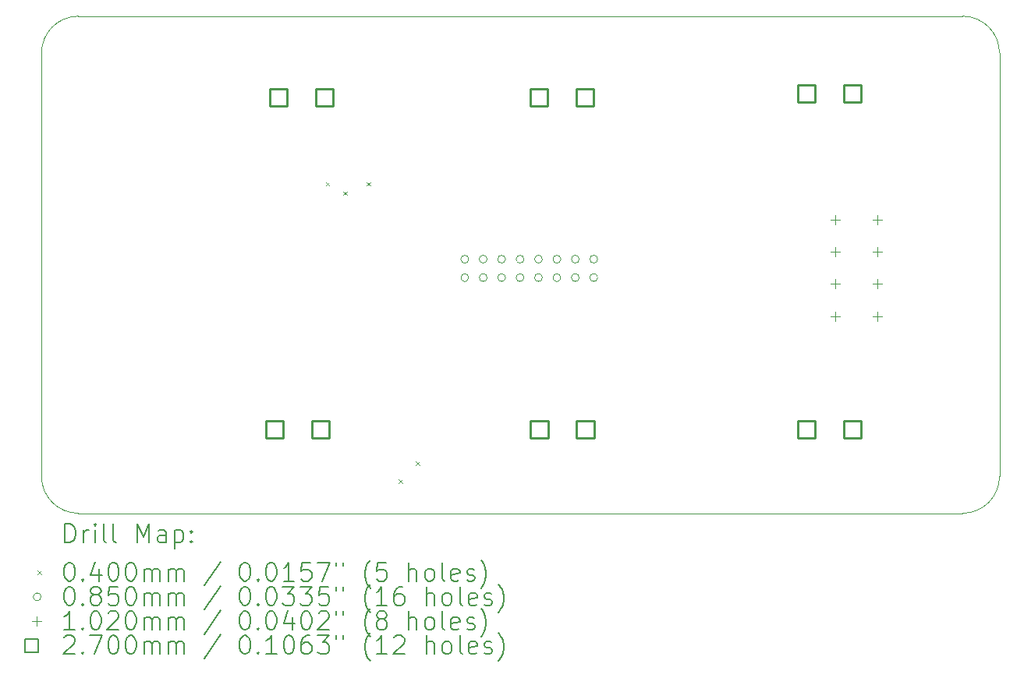
<source format=gbr>
%TF.GenerationSoftware,KiCad,Pcbnew,9.0.0*%
%TF.CreationDate,2025-03-25T13:32:20-05:00*%
%TF.ProjectId,Turret,54757272-6574-42e6-9b69-6361645f7063,rev?*%
%TF.SameCoordinates,Original*%
%TF.FileFunction,Drillmap*%
%TF.FilePolarity,Positive*%
%FSLAX45Y45*%
G04 Gerber Fmt 4.5, Leading zero omitted, Abs format (unit mm)*
G04 Created by KiCad (PCBNEW 9.0.0) date 2025-03-25 13:32:20*
%MOMM*%
%LPD*%
G01*
G04 APERTURE LIST*
%ADD10C,0.100000*%
%ADD11C,0.200000*%
%ADD12C,0.102000*%
%ADD13C,0.270000*%
G04 APERTURE END LIST*
D10*
X4045000Y-8410000D02*
X4045000Y-3810000D01*
X14445000Y-3810000D02*
X14445000Y-8410000D01*
X4045000Y-3810000D02*
G75*
G02*
X4445000Y-3410000I400000J0D01*
G01*
X14045000Y-8810000D02*
X4445000Y-8810000D01*
X4445000Y-3410000D02*
X14045000Y-3410000D01*
X14445000Y-8410000D02*
G75*
G02*
X14045000Y-8810000I-400000J0D01*
G01*
X4445000Y-8810000D02*
G75*
G02*
X4045000Y-8410000I0J400000D01*
G01*
X14045000Y-3410000D02*
G75*
G02*
X14445000Y-3810000I0J-400000D01*
G01*
D11*
D10*
X7130000Y-5212400D02*
X7170000Y-5252400D01*
X7170000Y-5212400D02*
X7130000Y-5252400D01*
X7322600Y-5314000D02*
X7362600Y-5354000D01*
X7362600Y-5314000D02*
X7322600Y-5354000D01*
X7574600Y-5212400D02*
X7614600Y-5252400D01*
X7614600Y-5212400D02*
X7574600Y-5252400D01*
X7920000Y-8440000D02*
X7960000Y-8480000D01*
X7960000Y-8440000D02*
X7920000Y-8480000D01*
X8110000Y-8250000D02*
X8150000Y-8290000D01*
X8150000Y-8250000D02*
X8110000Y-8290000D01*
X8682500Y-6050000D02*
G75*
G02*
X8597500Y-6050000I-42500J0D01*
G01*
X8597500Y-6050000D02*
G75*
G02*
X8682500Y-6050000I42500J0D01*
G01*
X8682500Y-6250000D02*
G75*
G02*
X8597500Y-6250000I-42500J0D01*
G01*
X8597500Y-6250000D02*
G75*
G02*
X8682500Y-6250000I42500J0D01*
G01*
X8882500Y-6050000D02*
G75*
G02*
X8797500Y-6050000I-42500J0D01*
G01*
X8797500Y-6050000D02*
G75*
G02*
X8882500Y-6050000I42500J0D01*
G01*
X8882500Y-6250000D02*
G75*
G02*
X8797500Y-6250000I-42500J0D01*
G01*
X8797500Y-6250000D02*
G75*
G02*
X8882500Y-6250000I42500J0D01*
G01*
X9082500Y-6050000D02*
G75*
G02*
X8997500Y-6050000I-42500J0D01*
G01*
X8997500Y-6050000D02*
G75*
G02*
X9082500Y-6050000I42500J0D01*
G01*
X9082500Y-6250000D02*
G75*
G02*
X8997500Y-6250000I-42500J0D01*
G01*
X8997500Y-6250000D02*
G75*
G02*
X9082500Y-6250000I42500J0D01*
G01*
X9282500Y-6050000D02*
G75*
G02*
X9197500Y-6050000I-42500J0D01*
G01*
X9197500Y-6050000D02*
G75*
G02*
X9282500Y-6050000I42500J0D01*
G01*
X9282500Y-6250000D02*
G75*
G02*
X9197500Y-6250000I-42500J0D01*
G01*
X9197500Y-6250000D02*
G75*
G02*
X9282500Y-6250000I42500J0D01*
G01*
X9482500Y-6050000D02*
G75*
G02*
X9397500Y-6050000I-42500J0D01*
G01*
X9397500Y-6050000D02*
G75*
G02*
X9482500Y-6050000I42500J0D01*
G01*
X9482500Y-6250000D02*
G75*
G02*
X9397500Y-6250000I-42500J0D01*
G01*
X9397500Y-6250000D02*
G75*
G02*
X9482500Y-6250000I42500J0D01*
G01*
X9682500Y-6050000D02*
G75*
G02*
X9597500Y-6050000I-42500J0D01*
G01*
X9597500Y-6050000D02*
G75*
G02*
X9682500Y-6050000I42500J0D01*
G01*
X9682500Y-6250000D02*
G75*
G02*
X9597500Y-6250000I-42500J0D01*
G01*
X9597500Y-6250000D02*
G75*
G02*
X9682500Y-6250000I42500J0D01*
G01*
X9882500Y-6050000D02*
G75*
G02*
X9797500Y-6050000I-42500J0D01*
G01*
X9797500Y-6050000D02*
G75*
G02*
X9882500Y-6050000I42500J0D01*
G01*
X9882500Y-6250000D02*
G75*
G02*
X9797500Y-6250000I-42500J0D01*
G01*
X9797500Y-6250000D02*
G75*
G02*
X9882500Y-6250000I42500J0D01*
G01*
X10082500Y-6050000D02*
G75*
G02*
X9997500Y-6050000I-42500J0D01*
G01*
X9997500Y-6050000D02*
G75*
G02*
X10082500Y-6050000I42500J0D01*
G01*
X10082500Y-6250000D02*
G75*
G02*
X9997500Y-6250000I-42500J0D01*
G01*
X9997500Y-6250000D02*
G75*
G02*
X10082500Y-6250000I42500J0D01*
G01*
D12*
X12660000Y-5569000D02*
X12660000Y-5671000D01*
X12609000Y-5620000D02*
X12711000Y-5620000D01*
X12660000Y-5919000D02*
X12660000Y-6021000D01*
X12609000Y-5970000D02*
X12711000Y-5970000D01*
X12660000Y-6269000D02*
X12660000Y-6371000D01*
X12609000Y-6320000D02*
X12711000Y-6320000D01*
X12660000Y-6619000D02*
X12660000Y-6721000D01*
X12609000Y-6670000D02*
X12711000Y-6670000D01*
X13120000Y-5569000D02*
X13120000Y-5671000D01*
X13069000Y-5620000D02*
X13171000Y-5620000D01*
X13120000Y-5919000D02*
X13120000Y-6021000D01*
X13069000Y-5970000D02*
X13171000Y-5970000D01*
X13120000Y-6269000D02*
X13120000Y-6371000D01*
X13069000Y-6320000D02*
X13171000Y-6320000D01*
X13120000Y-6619000D02*
X13120000Y-6721000D01*
X13069000Y-6670000D02*
X13171000Y-6670000D01*
D13*
X6670460Y-7994860D02*
X6670460Y-7803940D01*
X6479540Y-7803940D01*
X6479540Y-7994860D01*
X6670460Y-7994860D01*
X6712160Y-4388060D02*
X6712160Y-4197140D01*
X6521240Y-4197140D01*
X6521240Y-4388060D01*
X6712160Y-4388060D01*
X7170460Y-7994860D02*
X7170460Y-7803940D01*
X6979540Y-7803940D01*
X6979540Y-7994860D01*
X7170460Y-7994860D01*
X7212160Y-4388060D02*
X7212160Y-4197140D01*
X7021240Y-4197140D01*
X7021240Y-4388060D01*
X7212160Y-4388060D01*
X9539560Y-4388060D02*
X9539560Y-4197140D01*
X9348640Y-4197140D01*
X9348640Y-4388060D01*
X9539560Y-4388060D01*
X9545460Y-7994860D02*
X9545460Y-7803940D01*
X9354540Y-7803940D01*
X9354540Y-7994860D01*
X9545460Y-7994860D01*
X10039560Y-4388060D02*
X10039560Y-4197140D01*
X9848640Y-4197140D01*
X9848640Y-4388060D01*
X10039560Y-4388060D01*
X10045460Y-7994860D02*
X10045460Y-7803940D01*
X9854540Y-7803940D01*
X9854540Y-7994860D01*
X10045460Y-7994860D01*
X12445460Y-4345460D02*
X12445460Y-4154540D01*
X12254540Y-4154540D01*
X12254540Y-4345460D01*
X12445460Y-4345460D01*
X12445460Y-7995460D02*
X12445460Y-7804540D01*
X12254540Y-7804540D01*
X12254540Y-7995460D01*
X12445460Y-7995460D01*
X12945460Y-4345460D02*
X12945460Y-4154540D01*
X12754540Y-4154540D01*
X12754540Y-4345460D01*
X12945460Y-4345460D01*
X12945460Y-7995460D02*
X12945460Y-7804540D01*
X12754540Y-7804540D01*
X12754540Y-7995460D01*
X12945460Y-7995460D01*
D11*
X4300777Y-9126484D02*
X4300777Y-8926484D01*
X4300777Y-8926484D02*
X4348396Y-8926484D01*
X4348396Y-8926484D02*
X4376967Y-8936008D01*
X4376967Y-8936008D02*
X4396015Y-8955055D01*
X4396015Y-8955055D02*
X4405539Y-8974103D01*
X4405539Y-8974103D02*
X4415063Y-9012198D01*
X4415063Y-9012198D02*
X4415063Y-9040770D01*
X4415063Y-9040770D02*
X4405539Y-9078865D01*
X4405539Y-9078865D02*
X4396015Y-9097912D01*
X4396015Y-9097912D02*
X4376967Y-9116960D01*
X4376967Y-9116960D02*
X4348396Y-9126484D01*
X4348396Y-9126484D02*
X4300777Y-9126484D01*
X4500777Y-9126484D02*
X4500777Y-8993150D01*
X4500777Y-9031246D02*
X4510301Y-9012198D01*
X4510301Y-9012198D02*
X4519824Y-9002674D01*
X4519824Y-9002674D02*
X4538872Y-8993150D01*
X4538872Y-8993150D02*
X4557920Y-8993150D01*
X4624586Y-9126484D02*
X4624586Y-8993150D01*
X4624586Y-8926484D02*
X4615063Y-8936008D01*
X4615063Y-8936008D02*
X4624586Y-8945531D01*
X4624586Y-8945531D02*
X4634110Y-8936008D01*
X4634110Y-8936008D02*
X4624586Y-8926484D01*
X4624586Y-8926484D02*
X4624586Y-8945531D01*
X4748396Y-9126484D02*
X4729348Y-9116960D01*
X4729348Y-9116960D02*
X4719824Y-9097912D01*
X4719824Y-9097912D02*
X4719824Y-8926484D01*
X4853158Y-9126484D02*
X4834110Y-9116960D01*
X4834110Y-9116960D02*
X4824586Y-9097912D01*
X4824586Y-9097912D02*
X4824586Y-8926484D01*
X5081729Y-9126484D02*
X5081729Y-8926484D01*
X5081729Y-8926484D02*
X5148396Y-9069341D01*
X5148396Y-9069341D02*
X5215063Y-8926484D01*
X5215063Y-8926484D02*
X5215063Y-9126484D01*
X5396015Y-9126484D02*
X5396015Y-9021722D01*
X5396015Y-9021722D02*
X5386491Y-9002674D01*
X5386491Y-9002674D02*
X5367444Y-8993150D01*
X5367444Y-8993150D02*
X5329348Y-8993150D01*
X5329348Y-8993150D02*
X5310301Y-9002674D01*
X5396015Y-9116960D02*
X5376967Y-9126484D01*
X5376967Y-9126484D02*
X5329348Y-9126484D01*
X5329348Y-9126484D02*
X5310301Y-9116960D01*
X5310301Y-9116960D02*
X5300777Y-9097912D01*
X5300777Y-9097912D02*
X5300777Y-9078865D01*
X5300777Y-9078865D02*
X5310301Y-9059817D01*
X5310301Y-9059817D02*
X5329348Y-9050293D01*
X5329348Y-9050293D02*
X5376967Y-9050293D01*
X5376967Y-9050293D02*
X5396015Y-9040770D01*
X5491253Y-8993150D02*
X5491253Y-9193150D01*
X5491253Y-9002674D02*
X5510301Y-8993150D01*
X5510301Y-8993150D02*
X5548396Y-8993150D01*
X5548396Y-8993150D02*
X5567444Y-9002674D01*
X5567444Y-9002674D02*
X5576967Y-9012198D01*
X5576967Y-9012198D02*
X5586491Y-9031246D01*
X5586491Y-9031246D02*
X5586491Y-9088389D01*
X5586491Y-9088389D02*
X5576967Y-9107436D01*
X5576967Y-9107436D02*
X5567444Y-9116960D01*
X5567444Y-9116960D02*
X5548396Y-9126484D01*
X5548396Y-9126484D02*
X5510301Y-9126484D01*
X5510301Y-9126484D02*
X5491253Y-9116960D01*
X5672205Y-9107436D02*
X5681729Y-9116960D01*
X5681729Y-9116960D02*
X5672205Y-9126484D01*
X5672205Y-9126484D02*
X5662682Y-9116960D01*
X5662682Y-9116960D02*
X5672205Y-9107436D01*
X5672205Y-9107436D02*
X5672205Y-9126484D01*
X5672205Y-9002674D02*
X5681729Y-9012198D01*
X5681729Y-9012198D02*
X5672205Y-9021722D01*
X5672205Y-9021722D02*
X5662682Y-9012198D01*
X5662682Y-9012198D02*
X5672205Y-9002674D01*
X5672205Y-9002674D02*
X5672205Y-9021722D01*
D10*
X4000000Y-9435000D02*
X4040000Y-9475000D01*
X4040000Y-9435000D02*
X4000000Y-9475000D01*
D11*
X4338872Y-9346484D02*
X4357920Y-9346484D01*
X4357920Y-9346484D02*
X4376967Y-9356008D01*
X4376967Y-9356008D02*
X4386491Y-9365531D01*
X4386491Y-9365531D02*
X4396015Y-9384579D01*
X4396015Y-9384579D02*
X4405539Y-9422674D01*
X4405539Y-9422674D02*
X4405539Y-9470293D01*
X4405539Y-9470293D02*
X4396015Y-9508389D01*
X4396015Y-9508389D02*
X4386491Y-9527436D01*
X4386491Y-9527436D02*
X4376967Y-9536960D01*
X4376967Y-9536960D02*
X4357920Y-9546484D01*
X4357920Y-9546484D02*
X4338872Y-9546484D01*
X4338872Y-9546484D02*
X4319824Y-9536960D01*
X4319824Y-9536960D02*
X4310301Y-9527436D01*
X4310301Y-9527436D02*
X4300777Y-9508389D01*
X4300777Y-9508389D02*
X4291253Y-9470293D01*
X4291253Y-9470293D02*
X4291253Y-9422674D01*
X4291253Y-9422674D02*
X4300777Y-9384579D01*
X4300777Y-9384579D02*
X4310301Y-9365531D01*
X4310301Y-9365531D02*
X4319824Y-9356008D01*
X4319824Y-9356008D02*
X4338872Y-9346484D01*
X4491253Y-9527436D02*
X4500777Y-9536960D01*
X4500777Y-9536960D02*
X4491253Y-9546484D01*
X4491253Y-9546484D02*
X4481729Y-9536960D01*
X4481729Y-9536960D02*
X4491253Y-9527436D01*
X4491253Y-9527436D02*
X4491253Y-9546484D01*
X4672205Y-9413150D02*
X4672205Y-9546484D01*
X4624586Y-9336960D02*
X4576967Y-9479817D01*
X4576967Y-9479817D02*
X4700777Y-9479817D01*
X4815063Y-9346484D02*
X4834110Y-9346484D01*
X4834110Y-9346484D02*
X4853158Y-9356008D01*
X4853158Y-9356008D02*
X4862682Y-9365531D01*
X4862682Y-9365531D02*
X4872205Y-9384579D01*
X4872205Y-9384579D02*
X4881729Y-9422674D01*
X4881729Y-9422674D02*
X4881729Y-9470293D01*
X4881729Y-9470293D02*
X4872205Y-9508389D01*
X4872205Y-9508389D02*
X4862682Y-9527436D01*
X4862682Y-9527436D02*
X4853158Y-9536960D01*
X4853158Y-9536960D02*
X4834110Y-9546484D01*
X4834110Y-9546484D02*
X4815063Y-9546484D01*
X4815063Y-9546484D02*
X4796015Y-9536960D01*
X4796015Y-9536960D02*
X4786491Y-9527436D01*
X4786491Y-9527436D02*
X4776967Y-9508389D01*
X4776967Y-9508389D02*
X4767444Y-9470293D01*
X4767444Y-9470293D02*
X4767444Y-9422674D01*
X4767444Y-9422674D02*
X4776967Y-9384579D01*
X4776967Y-9384579D02*
X4786491Y-9365531D01*
X4786491Y-9365531D02*
X4796015Y-9356008D01*
X4796015Y-9356008D02*
X4815063Y-9346484D01*
X5005539Y-9346484D02*
X5024586Y-9346484D01*
X5024586Y-9346484D02*
X5043634Y-9356008D01*
X5043634Y-9356008D02*
X5053158Y-9365531D01*
X5053158Y-9365531D02*
X5062682Y-9384579D01*
X5062682Y-9384579D02*
X5072205Y-9422674D01*
X5072205Y-9422674D02*
X5072205Y-9470293D01*
X5072205Y-9470293D02*
X5062682Y-9508389D01*
X5062682Y-9508389D02*
X5053158Y-9527436D01*
X5053158Y-9527436D02*
X5043634Y-9536960D01*
X5043634Y-9536960D02*
X5024586Y-9546484D01*
X5024586Y-9546484D02*
X5005539Y-9546484D01*
X5005539Y-9546484D02*
X4986491Y-9536960D01*
X4986491Y-9536960D02*
X4976967Y-9527436D01*
X4976967Y-9527436D02*
X4967444Y-9508389D01*
X4967444Y-9508389D02*
X4957920Y-9470293D01*
X4957920Y-9470293D02*
X4957920Y-9422674D01*
X4957920Y-9422674D02*
X4967444Y-9384579D01*
X4967444Y-9384579D02*
X4976967Y-9365531D01*
X4976967Y-9365531D02*
X4986491Y-9356008D01*
X4986491Y-9356008D02*
X5005539Y-9346484D01*
X5157920Y-9546484D02*
X5157920Y-9413150D01*
X5157920Y-9432198D02*
X5167444Y-9422674D01*
X5167444Y-9422674D02*
X5186491Y-9413150D01*
X5186491Y-9413150D02*
X5215063Y-9413150D01*
X5215063Y-9413150D02*
X5234110Y-9422674D01*
X5234110Y-9422674D02*
X5243634Y-9441722D01*
X5243634Y-9441722D02*
X5243634Y-9546484D01*
X5243634Y-9441722D02*
X5253158Y-9422674D01*
X5253158Y-9422674D02*
X5272205Y-9413150D01*
X5272205Y-9413150D02*
X5300777Y-9413150D01*
X5300777Y-9413150D02*
X5319825Y-9422674D01*
X5319825Y-9422674D02*
X5329348Y-9441722D01*
X5329348Y-9441722D02*
X5329348Y-9546484D01*
X5424586Y-9546484D02*
X5424586Y-9413150D01*
X5424586Y-9432198D02*
X5434110Y-9422674D01*
X5434110Y-9422674D02*
X5453158Y-9413150D01*
X5453158Y-9413150D02*
X5481729Y-9413150D01*
X5481729Y-9413150D02*
X5500777Y-9422674D01*
X5500777Y-9422674D02*
X5510301Y-9441722D01*
X5510301Y-9441722D02*
X5510301Y-9546484D01*
X5510301Y-9441722D02*
X5519825Y-9422674D01*
X5519825Y-9422674D02*
X5538872Y-9413150D01*
X5538872Y-9413150D02*
X5567444Y-9413150D01*
X5567444Y-9413150D02*
X5586491Y-9422674D01*
X5586491Y-9422674D02*
X5596015Y-9441722D01*
X5596015Y-9441722D02*
X5596015Y-9546484D01*
X5986491Y-9336960D02*
X5815063Y-9594103D01*
X6243634Y-9346484D02*
X6262682Y-9346484D01*
X6262682Y-9346484D02*
X6281729Y-9356008D01*
X6281729Y-9356008D02*
X6291253Y-9365531D01*
X6291253Y-9365531D02*
X6300777Y-9384579D01*
X6300777Y-9384579D02*
X6310301Y-9422674D01*
X6310301Y-9422674D02*
X6310301Y-9470293D01*
X6310301Y-9470293D02*
X6300777Y-9508389D01*
X6300777Y-9508389D02*
X6291253Y-9527436D01*
X6291253Y-9527436D02*
X6281729Y-9536960D01*
X6281729Y-9536960D02*
X6262682Y-9546484D01*
X6262682Y-9546484D02*
X6243634Y-9546484D01*
X6243634Y-9546484D02*
X6224586Y-9536960D01*
X6224586Y-9536960D02*
X6215063Y-9527436D01*
X6215063Y-9527436D02*
X6205539Y-9508389D01*
X6205539Y-9508389D02*
X6196015Y-9470293D01*
X6196015Y-9470293D02*
X6196015Y-9422674D01*
X6196015Y-9422674D02*
X6205539Y-9384579D01*
X6205539Y-9384579D02*
X6215063Y-9365531D01*
X6215063Y-9365531D02*
X6224586Y-9356008D01*
X6224586Y-9356008D02*
X6243634Y-9346484D01*
X6396015Y-9527436D02*
X6405539Y-9536960D01*
X6405539Y-9536960D02*
X6396015Y-9546484D01*
X6396015Y-9546484D02*
X6386491Y-9536960D01*
X6386491Y-9536960D02*
X6396015Y-9527436D01*
X6396015Y-9527436D02*
X6396015Y-9546484D01*
X6529348Y-9346484D02*
X6548396Y-9346484D01*
X6548396Y-9346484D02*
X6567444Y-9356008D01*
X6567444Y-9356008D02*
X6576967Y-9365531D01*
X6576967Y-9365531D02*
X6586491Y-9384579D01*
X6586491Y-9384579D02*
X6596015Y-9422674D01*
X6596015Y-9422674D02*
X6596015Y-9470293D01*
X6596015Y-9470293D02*
X6586491Y-9508389D01*
X6586491Y-9508389D02*
X6576967Y-9527436D01*
X6576967Y-9527436D02*
X6567444Y-9536960D01*
X6567444Y-9536960D02*
X6548396Y-9546484D01*
X6548396Y-9546484D02*
X6529348Y-9546484D01*
X6529348Y-9546484D02*
X6510301Y-9536960D01*
X6510301Y-9536960D02*
X6500777Y-9527436D01*
X6500777Y-9527436D02*
X6491253Y-9508389D01*
X6491253Y-9508389D02*
X6481729Y-9470293D01*
X6481729Y-9470293D02*
X6481729Y-9422674D01*
X6481729Y-9422674D02*
X6491253Y-9384579D01*
X6491253Y-9384579D02*
X6500777Y-9365531D01*
X6500777Y-9365531D02*
X6510301Y-9356008D01*
X6510301Y-9356008D02*
X6529348Y-9346484D01*
X6786491Y-9546484D02*
X6672206Y-9546484D01*
X6729348Y-9546484D02*
X6729348Y-9346484D01*
X6729348Y-9346484D02*
X6710301Y-9375055D01*
X6710301Y-9375055D02*
X6691253Y-9394103D01*
X6691253Y-9394103D02*
X6672206Y-9403627D01*
X6967444Y-9346484D02*
X6872206Y-9346484D01*
X6872206Y-9346484D02*
X6862682Y-9441722D01*
X6862682Y-9441722D02*
X6872206Y-9432198D01*
X6872206Y-9432198D02*
X6891253Y-9422674D01*
X6891253Y-9422674D02*
X6938872Y-9422674D01*
X6938872Y-9422674D02*
X6957920Y-9432198D01*
X6957920Y-9432198D02*
X6967444Y-9441722D01*
X6967444Y-9441722D02*
X6976967Y-9460770D01*
X6976967Y-9460770D02*
X6976967Y-9508389D01*
X6976967Y-9508389D02*
X6967444Y-9527436D01*
X6967444Y-9527436D02*
X6957920Y-9536960D01*
X6957920Y-9536960D02*
X6938872Y-9546484D01*
X6938872Y-9546484D02*
X6891253Y-9546484D01*
X6891253Y-9546484D02*
X6872206Y-9536960D01*
X6872206Y-9536960D02*
X6862682Y-9527436D01*
X7043634Y-9346484D02*
X7176967Y-9346484D01*
X7176967Y-9346484D02*
X7091253Y-9546484D01*
X7243634Y-9346484D02*
X7243634Y-9384579D01*
X7319825Y-9346484D02*
X7319825Y-9384579D01*
X7615063Y-9622674D02*
X7605539Y-9613150D01*
X7605539Y-9613150D02*
X7586491Y-9584579D01*
X7586491Y-9584579D02*
X7576968Y-9565531D01*
X7576968Y-9565531D02*
X7567444Y-9536960D01*
X7567444Y-9536960D02*
X7557920Y-9489341D01*
X7557920Y-9489341D02*
X7557920Y-9451246D01*
X7557920Y-9451246D02*
X7567444Y-9403627D01*
X7567444Y-9403627D02*
X7576968Y-9375055D01*
X7576968Y-9375055D02*
X7586491Y-9356008D01*
X7586491Y-9356008D02*
X7605539Y-9327436D01*
X7605539Y-9327436D02*
X7615063Y-9317912D01*
X7786491Y-9346484D02*
X7691253Y-9346484D01*
X7691253Y-9346484D02*
X7681729Y-9441722D01*
X7681729Y-9441722D02*
X7691253Y-9432198D01*
X7691253Y-9432198D02*
X7710301Y-9422674D01*
X7710301Y-9422674D02*
X7757920Y-9422674D01*
X7757920Y-9422674D02*
X7776968Y-9432198D01*
X7776968Y-9432198D02*
X7786491Y-9441722D01*
X7786491Y-9441722D02*
X7796015Y-9460770D01*
X7796015Y-9460770D02*
X7796015Y-9508389D01*
X7796015Y-9508389D02*
X7786491Y-9527436D01*
X7786491Y-9527436D02*
X7776968Y-9536960D01*
X7776968Y-9536960D02*
X7757920Y-9546484D01*
X7757920Y-9546484D02*
X7710301Y-9546484D01*
X7710301Y-9546484D02*
X7691253Y-9536960D01*
X7691253Y-9536960D02*
X7681729Y-9527436D01*
X8034110Y-9546484D02*
X8034110Y-9346484D01*
X8119825Y-9546484D02*
X8119825Y-9441722D01*
X8119825Y-9441722D02*
X8110301Y-9422674D01*
X8110301Y-9422674D02*
X8091253Y-9413150D01*
X8091253Y-9413150D02*
X8062682Y-9413150D01*
X8062682Y-9413150D02*
X8043634Y-9422674D01*
X8043634Y-9422674D02*
X8034110Y-9432198D01*
X8243634Y-9546484D02*
X8224587Y-9536960D01*
X8224587Y-9536960D02*
X8215063Y-9527436D01*
X8215063Y-9527436D02*
X8205539Y-9508389D01*
X8205539Y-9508389D02*
X8205539Y-9451246D01*
X8205539Y-9451246D02*
X8215063Y-9432198D01*
X8215063Y-9432198D02*
X8224587Y-9422674D01*
X8224587Y-9422674D02*
X8243634Y-9413150D01*
X8243634Y-9413150D02*
X8272206Y-9413150D01*
X8272206Y-9413150D02*
X8291253Y-9422674D01*
X8291253Y-9422674D02*
X8300777Y-9432198D01*
X8300777Y-9432198D02*
X8310301Y-9451246D01*
X8310301Y-9451246D02*
X8310301Y-9508389D01*
X8310301Y-9508389D02*
X8300777Y-9527436D01*
X8300777Y-9527436D02*
X8291253Y-9536960D01*
X8291253Y-9536960D02*
X8272206Y-9546484D01*
X8272206Y-9546484D02*
X8243634Y-9546484D01*
X8424587Y-9546484D02*
X8405539Y-9536960D01*
X8405539Y-9536960D02*
X8396015Y-9517912D01*
X8396015Y-9517912D02*
X8396015Y-9346484D01*
X8576968Y-9536960D02*
X8557920Y-9546484D01*
X8557920Y-9546484D02*
X8519825Y-9546484D01*
X8519825Y-9546484D02*
X8500777Y-9536960D01*
X8500777Y-9536960D02*
X8491253Y-9517912D01*
X8491253Y-9517912D02*
X8491253Y-9441722D01*
X8491253Y-9441722D02*
X8500777Y-9422674D01*
X8500777Y-9422674D02*
X8519825Y-9413150D01*
X8519825Y-9413150D02*
X8557920Y-9413150D01*
X8557920Y-9413150D02*
X8576968Y-9422674D01*
X8576968Y-9422674D02*
X8586492Y-9441722D01*
X8586492Y-9441722D02*
X8586492Y-9460770D01*
X8586492Y-9460770D02*
X8491253Y-9479817D01*
X8662682Y-9536960D02*
X8681730Y-9546484D01*
X8681730Y-9546484D02*
X8719825Y-9546484D01*
X8719825Y-9546484D02*
X8738873Y-9536960D01*
X8738873Y-9536960D02*
X8748396Y-9517912D01*
X8748396Y-9517912D02*
X8748396Y-9508389D01*
X8748396Y-9508389D02*
X8738873Y-9489341D01*
X8738873Y-9489341D02*
X8719825Y-9479817D01*
X8719825Y-9479817D02*
X8691253Y-9479817D01*
X8691253Y-9479817D02*
X8672206Y-9470293D01*
X8672206Y-9470293D02*
X8662682Y-9451246D01*
X8662682Y-9451246D02*
X8662682Y-9441722D01*
X8662682Y-9441722D02*
X8672206Y-9422674D01*
X8672206Y-9422674D02*
X8691253Y-9413150D01*
X8691253Y-9413150D02*
X8719825Y-9413150D01*
X8719825Y-9413150D02*
X8738873Y-9422674D01*
X8815063Y-9622674D02*
X8824587Y-9613150D01*
X8824587Y-9613150D02*
X8843634Y-9584579D01*
X8843634Y-9584579D02*
X8853158Y-9565531D01*
X8853158Y-9565531D02*
X8862682Y-9536960D01*
X8862682Y-9536960D02*
X8872206Y-9489341D01*
X8872206Y-9489341D02*
X8872206Y-9451246D01*
X8872206Y-9451246D02*
X8862682Y-9403627D01*
X8862682Y-9403627D02*
X8853158Y-9375055D01*
X8853158Y-9375055D02*
X8843634Y-9356008D01*
X8843634Y-9356008D02*
X8824587Y-9327436D01*
X8824587Y-9327436D02*
X8815063Y-9317912D01*
D10*
X4040000Y-9719000D02*
G75*
G02*
X3955000Y-9719000I-42500J0D01*
G01*
X3955000Y-9719000D02*
G75*
G02*
X4040000Y-9719000I42500J0D01*
G01*
D11*
X4338872Y-9610484D02*
X4357920Y-9610484D01*
X4357920Y-9610484D02*
X4376967Y-9620008D01*
X4376967Y-9620008D02*
X4386491Y-9629531D01*
X4386491Y-9629531D02*
X4396015Y-9648579D01*
X4396015Y-9648579D02*
X4405539Y-9686674D01*
X4405539Y-9686674D02*
X4405539Y-9734293D01*
X4405539Y-9734293D02*
X4396015Y-9772389D01*
X4396015Y-9772389D02*
X4386491Y-9791436D01*
X4386491Y-9791436D02*
X4376967Y-9800960D01*
X4376967Y-9800960D02*
X4357920Y-9810484D01*
X4357920Y-9810484D02*
X4338872Y-9810484D01*
X4338872Y-9810484D02*
X4319824Y-9800960D01*
X4319824Y-9800960D02*
X4310301Y-9791436D01*
X4310301Y-9791436D02*
X4300777Y-9772389D01*
X4300777Y-9772389D02*
X4291253Y-9734293D01*
X4291253Y-9734293D02*
X4291253Y-9686674D01*
X4291253Y-9686674D02*
X4300777Y-9648579D01*
X4300777Y-9648579D02*
X4310301Y-9629531D01*
X4310301Y-9629531D02*
X4319824Y-9620008D01*
X4319824Y-9620008D02*
X4338872Y-9610484D01*
X4491253Y-9791436D02*
X4500777Y-9800960D01*
X4500777Y-9800960D02*
X4491253Y-9810484D01*
X4491253Y-9810484D02*
X4481729Y-9800960D01*
X4481729Y-9800960D02*
X4491253Y-9791436D01*
X4491253Y-9791436D02*
X4491253Y-9810484D01*
X4615063Y-9696198D02*
X4596015Y-9686674D01*
X4596015Y-9686674D02*
X4586491Y-9677150D01*
X4586491Y-9677150D02*
X4576967Y-9658103D01*
X4576967Y-9658103D02*
X4576967Y-9648579D01*
X4576967Y-9648579D02*
X4586491Y-9629531D01*
X4586491Y-9629531D02*
X4596015Y-9620008D01*
X4596015Y-9620008D02*
X4615063Y-9610484D01*
X4615063Y-9610484D02*
X4653158Y-9610484D01*
X4653158Y-9610484D02*
X4672205Y-9620008D01*
X4672205Y-9620008D02*
X4681729Y-9629531D01*
X4681729Y-9629531D02*
X4691253Y-9648579D01*
X4691253Y-9648579D02*
X4691253Y-9658103D01*
X4691253Y-9658103D02*
X4681729Y-9677150D01*
X4681729Y-9677150D02*
X4672205Y-9686674D01*
X4672205Y-9686674D02*
X4653158Y-9696198D01*
X4653158Y-9696198D02*
X4615063Y-9696198D01*
X4615063Y-9696198D02*
X4596015Y-9705722D01*
X4596015Y-9705722D02*
X4586491Y-9715246D01*
X4586491Y-9715246D02*
X4576967Y-9734293D01*
X4576967Y-9734293D02*
X4576967Y-9772389D01*
X4576967Y-9772389D02*
X4586491Y-9791436D01*
X4586491Y-9791436D02*
X4596015Y-9800960D01*
X4596015Y-9800960D02*
X4615063Y-9810484D01*
X4615063Y-9810484D02*
X4653158Y-9810484D01*
X4653158Y-9810484D02*
X4672205Y-9800960D01*
X4672205Y-9800960D02*
X4681729Y-9791436D01*
X4681729Y-9791436D02*
X4691253Y-9772389D01*
X4691253Y-9772389D02*
X4691253Y-9734293D01*
X4691253Y-9734293D02*
X4681729Y-9715246D01*
X4681729Y-9715246D02*
X4672205Y-9705722D01*
X4672205Y-9705722D02*
X4653158Y-9696198D01*
X4872205Y-9610484D02*
X4776967Y-9610484D01*
X4776967Y-9610484D02*
X4767444Y-9705722D01*
X4767444Y-9705722D02*
X4776967Y-9696198D01*
X4776967Y-9696198D02*
X4796015Y-9686674D01*
X4796015Y-9686674D02*
X4843634Y-9686674D01*
X4843634Y-9686674D02*
X4862682Y-9696198D01*
X4862682Y-9696198D02*
X4872205Y-9705722D01*
X4872205Y-9705722D02*
X4881729Y-9724770D01*
X4881729Y-9724770D02*
X4881729Y-9772389D01*
X4881729Y-9772389D02*
X4872205Y-9791436D01*
X4872205Y-9791436D02*
X4862682Y-9800960D01*
X4862682Y-9800960D02*
X4843634Y-9810484D01*
X4843634Y-9810484D02*
X4796015Y-9810484D01*
X4796015Y-9810484D02*
X4776967Y-9800960D01*
X4776967Y-9800960D02*
X4767444Y-9791436D01*
X5005539Y-9610484D02*
X5024586Y-9610484D01*
X5024586Y-9610484D02*
X5043634Y-9620008D01*
X5043634Y-9620008D02*
X5053158Y-9629531D01*
X5053158Y-9629531D02*
X5062682Y-9648579D01*
X5062682Y-9648579D02*
X5072205Y-9686674D01*
X5072205Y-9686674D02*
X5072205Y-9734293D01*
X5072205Y-9734293D02*
X5062682Y-9772389D01*
X5062682Y-9772389D02*
X5053158Y-9791436D01*
X5053158Y-9791436D02*
X5043634Y-9800960D01*
X5043634Y-9800960D02*
X5024586Y-9810484D01*
X5024586Y-9810484D02*
X5005539Y-9810484D01*
X5005539Y-9810484D02*
X4986491Y-9800960D01*
X4986491Y-9800960D02*
X4976967Y-9791436D01*
X4976967Y-9791436D02*
X4967444Y-9772389D01*
X4967444Y-9772389D02*
X4957920Y-9734293D01*
X4957920Y-9734293D02*
X4957920Y-9686674D01*
X4957920Y-9686674D02*
X4967444Y-9648579D01*
X4967444Y-9648579D02*
X4976967Y-9629531D01*
X4976967Y-9629531D02*
X4986491Y-9620008D01*
X4986491Y-9620008D02*
X5005539Y-9610484D01*
X5157920Y-9810484D02*
X5157920Y-9677150D01*
X5157920Y-9696198D02*
X5167444Y-9686674D01*
X5167444Y-9686674D02*
X5186491Y-9677150D01*
X5186491Y-9677150D02*
X5215063Y-9677150D01*
X5215063Y-9677150D02*
X5234110Y-9686674D01*
X5234110Y-9686674D02*
X5243634Y-9705722D01*
X5243634Y-9705722D02*
X5243634Y-9810484D01*
X5243634Y-9705722D02*
X5253158Y-9686674D01*
X5253158Y-9686674D02*
X5272205Y-9677150D01*
X5272205Y-9677150D02*
X5300777Y-9677150D01*
X5300777Y-9677150D02*
X5319825Y-9686674D01*
X5319825Y-9686674D02*
X5329348Y-9705722D01*
X5329348Y-9705722D02*
X5329348Y-9810484D01*
X5424586Y-9810484D02*
X5424586Y-9677150D01*
X5424586Y-9696198D02*
X5434110Y-9686674D01*
X5434110Y-9686674D02*
X5453158Y-9677150D01*
X5453158Y-9677150D02*
X5481729Y-9677150D01*
X5481729Y-9677150D02*
X5500777Y-9686674D01*
X5500777Y-9686674D02*
X5510301Y-9705722D01*
X5510301Y-9705722D02*
X5510301Y-9810484D01*
X5510301Y-9705722D02*
X5519825Y-9686674D01*
X5519825Y-9686674D02*
X5538872Y-9677150D01*
X5538872Y-9677150D02*
X5567444Y-9677150D01*
X5567444Y-9677150D02*
X5586491Y-9686674D01*
X5586491Y-9686674D02*
X5596015Y-9705722D01*
X5596015Y-9705722D02*
X5596015Y-9810484D01*
X5986491Y-9600960D02*
X5815063Y-9858103D01*
X6243634Y-9610484D02*
X6262682Y-9610484D01*
X6262682Y-9610484D02*
X6281729Y-9620008D01*
X6281729Y-9620008D02*
X6291253Y-9629531D01*
X6291253Y-9629531D02*
X6300777Y-9648579D01*
X6300777Y-9648579D02*
X6310301Y-9686674D01*
X6310301Y-9686674D02*
X6310301Y-9734293D01*
X6310301Y-9734293D02*
X6300777Y-9772389D01*
X6300777Y-9772389D02*
X6291253Y-9791436D01*
X6291253Y-9791436D02*
X6281729Y-9800960D01*
X6281729Y-9800960D02*
X6262682Y-9810484D01*
X6262682Y-9810484D02*
X6243634Y-9810484D01*
X6243634Y-9810484D02*
X6224586Y-9800960D01*
X6224586Y-9800960D02*
X6215063Y-9791436D01*
X6215063Y-9791436D02*
X6205539Y-9772389D01*
X6205539Y-9772389D02*
X6196015Y-9734293D01*
X6196015Y-9734293D02*
X6196015Y-9686674D01*
X6196015Y-9686674D02*
X6205539Y-9648579D01*
X6205539Y-9648579D02*
X6215063Y-9629531D01*
X6215063Y-9629531D02*
X6224586Y-9620008D01*
X6224586Y-9620008D02*
X6243634Y-9610484D01*
X6396015Y-9791436D02*
X6405539Y-9800960D01*
X6405539Y-9800960D02*
X6396015Y-9810484D01*
X6396015Y-9810484D02*
X6386491Y-9800960D01*
X6386491Y-9800960D02*
X6396015Y-9791436D01*
X6396015Y-9791436D02*
X6396015Y-9810484D01*
X6529348Y-9610484D02*
X6548396Y-9610484D01*
X6548396Y-9610484D02*
X6567444Y-9620008D01*
X6567444Y-9620008D02*
X6576967Y-9629531D01*
X6576967Y-9629531D02*
X6586491Y-9648579D01*
X6586491Y-9648579D02*
X6596015Y-9686674D01*
X6596015Y-9686674D02*
X6596015Y-9734293D01*
X6596015Y-9734293D02*
X6586491Y-9772389D01*
X6586491Y-9772389D02*
X6576967Y-9791436D01*
X6576967Y-9791436D02*
X6567444Y-9800960D01*
X6567444Y-9800960D02*
X6548396Y-9810484D01*
X6548396Y-9810484D02*
X6529348Y-9810484D01*
X6529348Y-9810484D02*
X6510301Y-9800960D01*
X6510301Y-9800960D02*
X6500777Y-9791436D01*
X6500777Y-9791436D02*
X6491253Y-9772389D01*
X6491253Y-9772389D02*
X6481729Y-9734293D01*
X6481729Y-9734293D02*
X6481729Y-9686674D01*
X6481729Y-9686674D02*
X6491253Y-9648579D01*
X6491253Y-9648579D02*
X6500777Y-9629531D01*
X6500777Y-9629531D02*
X6510301Y-9620008D01*
X6510301Y-9620008D02*
X6529348Y-9610484D01*
X6662682Y-9610484D02*
X6786491Y-9610484D01*
X6786491Y-9610484D02*
X6719825Y-9686674D01*
X6719825Y-9686674D02*
X6748396Y-9686674D01*
X6748396Y-9686674D02*
X6767444Y-9696198D01*
X6767444Y-9696198D02*
X6776967Y-9705722D01*
X6776967Y-9705722D02*
X6786491Y-9724770D01*
X6786491Y-9724770D02*
X6786491Y-9772389D01*
X6786491Y-9772389D02*
X6776967Y-9791436D01*
X6776967Y-9791436D02*
X6767444Y-9800960D01*
X6767444Y-9800960D02*
X6748396Y-9810484D01*
X6748396Y-9810484D02*
X6691253Y-9810484D01*
X6691253Y-9810484D02*
X6672206Y-9800960D01*
X6672206Y-9800960D02*
X6662682Y-9791436D01*
X6853158Y-9610484D02*
X6976967Y-9610484D01*
X6976967Y-9610484D02*
X6910301Y-9686674D01*
X6910301Y-9686674D02*
X6938872Y-9686674D01*
X6938872Y-9686674D02*
X6957920Y-9696198D01*
X6957920Y-9696198D02*
X6967444Y-9705722D01*
X6967444Y-9705722D02*
X6976967Y-9724770D01*
X6976967Y-9724770D02*
X6976967Y-9772389D01*
X6976967Y-9772389D02*
X6967444Y-9791436D01*
X6967444Y-9791436D02*
X6957920Y-9800960D01*
X6957920Y-9800960D02*
X6938872Y-9810484D01*
X6938872Y-9810484D02*
X6881729Y-9810484D01*
X6881729Y-9810484D02*
X6862682Y-9800960D01*
X6862682Y-9800960D02*
X6853158Y-9791436D01*
X7157920Y-9610484D02*
X7062682Y-9610484D01*
X7062682Y-9610484D02*
X7053158Y-9705722D01*
X7053158Y-9705722D02*
X7062682Y-9696198D01*
X7062682Y-9696198D02*
X7081729Y-9686674D01*
X7081729Y-9686674D02*
X7129348Y-9686674D01*
X7129348Y-9686674D02*
X7148396Y-9696198D01*
X7148396Y-9696198D02*
X7157920Y-9705722D01*
X7157920Y-9705722D02*
X7167444Y-9724770D01*
X7167444Y-9724770D02*
X7167444Y-9772389D01*
X7167444Y-9772389D02*
X7157920Y-9791436D01*
X7157920Y-9791436D02*
X7148396Y-9800960D01*
X7148396Y-9800960D02*
X7129348Y-9810484D01*
X7129348Y-9810484D02*
X7081729Y-9810484D01*
X7081729Y-9810484D02*
X7062682Y-9800960D01*
X7062682Y-9800960D02*
X7053158Y-9791436D01*
X7243634Y-9610484D02*
X7243634Y-9648579D01*
X7319825Y-9610484D02*
X7319825Y-9648579D01*
X7615063Y-9886674D02*
X7605539Y-9877150D01*
X7605539Y-9877150D02*
X7586491Y-9848579D01*
X7586491Y-9848579D02*
X7576968Y-9829531D01*
X7576968Y-9829531D02*
X7567444Y-9800960D01*
X7567444Y-9800960D02*
X7557920Y-9753341D01*
X7557920Y-9753341D02*
X7557920Y-9715246D01*
X7557920Y-9715246D02*
X7567444Y-9667627D01*
X7567444Y-9667627D02*
X7576968Y-9639055D01*
X7576968Y-9639055D02*
X7586491Y-9620008D01*
X7586491Y-9620008D02*
X7605539Y-9591436D01*
X7605539Y-9591436D02*
X7615063Y-9581912D01*
X7796015Y-9810484D02*
X7681729Y-9810484D01*
X7738872Y-9810484D02*
X7738872Y-9610484D01*
X7738872Y-9610484D02*
X7719825Y-9639055D01*
X7719825Y-9639055D02*
X7700777Y-9658103D01*
X7700777Y-9658103D02*
X7681729Y-9667627D01*
X7967444Y-9610484D02*
X7929348Y-9610484D01*
X7929348Y-9610484D02*
X7910301Y-9620008D01*
X7910301Y-9620008D02*
X7900777Y-9629531D01*
X7900777Y-9629531D02*
X7881729Y-9658103D01*
X7881729Y-9658103D02*
X7872206Y-9696198D01*
X7872206Y-9696198D02*
X7872206Y-9772389D01*
X7872206Y-9772389D02*
X7881729Y-9791436D01*
X7881729Y-9791436D02*
X7891253Y-9800960D01*
X7891253Y-9800960D02*
X7910301Y-9810484D01*
X7910301Y-9810484D02*
X7948396Y-9810484D01*
X7948396Y-9810484D02*
X7967444Y-9800960D01*
X7967444Y-9800960D02*
X7976968Y-9791436D01*
X7976968Y-9791436D02*
X7986491Y-9772389D01*
X7986491Y-9772389D02*
X7986491Y-9724770D01*
X7986491Y-9724770D02*
X7976968Y-9705722D01*
X7976968Y-9705722D02*
X7967444Y-9696198D01*
X7967444Y-9696198D02*
X7948396Y-9686674D01*
X7948396Y-9686674D02*
X7910301Y-9686674D01*
X7910301Y-9686674D02*
X7891253Y-9696198D01*
X7891253Y-9696198D02*
X7881729Y-9705722D01*
X7881729Y-9705722D02*
X7872206Y-9724770D01*
X8224587Y-9810484D02*
X8224587Y-9610484D01*
X8310301Y-9810484D02*
X8310301Y-9705722D01*
X8310301Y-9705722D02*
X8300777Y-9686674D01*
X8300777Y-9686674D02*
X8281730Y-9677150D01*
X8281730Y-9677150D02*
X8253158Y-9677150D01*
X8253158Y-9677150D02*
X8234110Y-9686674D01*
X8234110Y-9686674D02*
X8224587Y-9696198D01*
X8434111Y-9810484D02*
X8415063Y-9800960D01*
X8415063Y-9800960D02*
X8405539Y-9791436D01*
X8405539Y-9791436D02*
X8396015Y-9772389D01*
X8396015Y-9772389D02*
X8396015Y-9715246D01*
X8396015Y-9715246D02*
X8405539Y-9696198D01*
X8405539Y-9696198D02*
X8415063Y-9686674D01*
X8415063Y-9686674D02*
X8434111Y-9677150D01*
X8434111Y-9677150D02*
X8462682Y-9677150D01*
X8462682Y-9677150D02*
X8481730Y-9686674D01*
X8481730Y-9686674D02*
X8491253Y-9696198D01*
X8491253Y-9696198D02*
X8500777Y-9715246D01*
X8500777Y-9715246D02*
X8500777Y-9772389D01*
X8500777Y-9772389D02*
X8491253Y-9791436D01*
X8491253Y-9791436D02*
X8481730Y-9800960D01*
X8481730Y-9800960D02*
X8462682Y-9810484D01*
X8462682Y-9810484D02*
X8434111Y-9810484D01*
X8615063Y-9810484D02*
X8596015Y-9800960D01*
X8596015Y-9800960D02*
X8586492Y-9781912D01*
X8586492Y-9781912D02*
X8586492Y-9610484D01*
X8767444Y-9800960D02*
X8748396Y-9810484D01*
X8748396Y-9810484D02*
X8710301Y-9810484D01*
X8710301Y-9810484D02*
X8691253Y-9800960D01*
X8691253Y-9800960D02*
X8681730Y-9781912D01*
X8681730Y-9781912D02*
X8681730Y-9705722D01*
X8681730Y-9705722D02*
X8691253Y-9686674D01*
X8691253Y-9686674D02*
X8710301Y-9677150D01*
X8710301Y-9677150D02*
X8748396Y-9677150D01*
X8748396Y-9677150D02*
X8767444Y-9686674D01*
X8767444Y-9686674D02*
X8776968Y-9705722D01*
X8776968Y-9705722D02*
X8776968Y-9724770D01*
X8776968Y-9724770D02*
X8681730Y-9743817D01*
X8853158Y-9800960D02*
X8872206Y-9810484D01*
X8872206Y-9810484D02*
X8910301Y-9810484D01*
X8910301Y-9810484D02*
X8929349Y-9800960D01*
X8929349Y-9800960D02*
X8938873Y-9781912D01*
X8938873Y-9781912D02*
X8938873Y-9772389D01*
X8938873Y-9772389D02*
X8929349Y-9753341D01*
X8929349Y-9753341D02*
X8910301Y-9743817D01*
X8910301Y-9743817D02*
X8881730Y-9743817D01*
X8881730Y-9743817D02*
X8862682Y-9734293D01*
X8862682Y-9734293D02*
X8853158Y-9715246D01*
X8853158Y-9715246D02*
X8853158Y-9705722D01*
X8853158Y-9705722D02*
X8862682Y-9686674D01*
X8862682Y-9686674D02*
X8881730Y-9677150D01*
X8881730Y-9677150D02*
X8910301Y-9677150D01*
X8910301Y-9677150D02*
X8929349Y-9686674D01*
X9005539Y-9886674D02*
X9015063Y-9877150D01*
X9015063Y-9877150D02*
X9034111Y-9848579D01*
X9034111Y-9848579D02*
X9043634Y-9829531D01*
X9043634Y-9829531D02*
X9053158Y-9800960D01*
X9053158Y-9800960D02*
X9062682Y-9753341D01*
X9062682Y-9753341D02*
X9062682Y-9715246D01*
X9062682Y-9715246D02*
X9053158Y-9667627D01*
X9053158Y-9667627D02*
X9043634Y-9639055D01*
X9043634Y-9639055D02*
X9034111Y-9620008D01*
X9034111Y-9620008D02*
X9015063Y-9591436D01*
X9015063Y-9591436D02*
X9005539Y-9581912D01*
D12*
X3989000Y-9932000D02*
X3989000Y-10034000D01*
X3938000Y-9983000D02*
X4040000Y-9983000D01*
D11*
X4405539Y-10074484D02*
X4291253Y-10074484D01*
X4348396Y-10074484D02*
X4348396Y-9874484D01*
X4348396Y-9874484D02*
X4329348Y-9903055D01*
X4329348Y-9903055D02*
X4310301Y-9922103D01*
X4310301Y-9922103D02*
X4291253Y-9931627D01*
X4491253Y-10055436D02*
X4500777Y-10064960D01*
X4500777Y-10064960D02*
X4491253Y-10074484D01*
X4491253Y-10074484D02*
X4481729Y-10064960D01*
X4481729Y-10064960D02*
X4491253Y-10055436D01*
X4491253Y-10055436D02*
X4491253Y-10074484D01*
X4624586Y-9874484D02*
X4643634Y-9874484D01*
X4643634Y-9874484D02*
X4662682Y-9884008D01*
X4662682Y-9884008D02*
X4672205Y-9893531D01*
X4672205Y-9893531D02*
X4681729Y-9912579D01*
X4681729Y-9912579D02*
X4691253Y-9950674D01*
X4691253Y-9950674D02*
X4691253Y-9998293D01*
X4691253Y-9998293D02*
X4681729Y-10036389D01*
X4681729Y-10036389D02*
X4672205Y-10055436D01*
X4672205Y-10055436D02*
X4662682Y-10064960D01*
X4662682Y-10064960D02*
X4643634Y-10074484D01*
X4643634Y-10074484D02*
X4624586Y-10074484D01*
X4624586Y-10074484D02*
X4605539Y-10064960D01*
X4605539Y-10064960D02*
X4596015Y-10055436D01*
X4596015Y-10055436D02*
X4586491Y-10036389D01*
X4586491Y-10036389D02*
X4576967Y-9998293D01*
X4576967Y-9998293D02*
X4576967Y-9950674D01*
X4576967Y-9950674D02*
X4586491Y-9912579D01*
X4586491Y-9912579D02*
X4596015Y-9893531D01*
X4596015Y-9893531D02*
X4605539Y-9884008D01*
X4605539Y-9884008D02*
X4624586Y-9874484D01*
X4767444Y-9893531D02*
X4776967Y-9884008D01*
X4776967Y-9884008D02*
X4796015Y-9874484D01*
X4796015Y-9874484D02*
X4843634Y-9874484D01*
X4843634Y-9874484D02*
X4862682Y-9884008D01*
X4862682Y-9884008D02*
X4872205Y-9893531D01*
X4872205Y-9893531D02*
X4881729Y-9912579D01*
X4881729Y-9912579D02*
X4881729Y-9931627D01*
X4881729Y-9931627D02*
X4872205Y-9960198D01*
X4872205Y-9960198D02*
X4757920Y-10074484D01*
X4757920Y-10074484D02*
X4881729Y-10074484D01*
X5005539Y-9874484D02*
X5024586Y-9874484D01*
X5024586Y-9874484D02*
X5043634Y-9884008D01*
X5043634Y-9884008D02*
X5053158Y-9893531D01*
X5053158Y-9893531D02*
X5062682Y-9912579D01*
X5062682Y-9912579D02*
X5072205Y-9950674D01*
X5072205Y-9950674D02*
X5072205Y-9998293D01*
X5072205Y-9998293D02*
X5062682Y-10036389D01*
X5062682Y-10036389D02*
X5053158Y-10055436D01*
X5053158Y-10055436D02*
X5043634Y-10064960D01*
X5043634Y-10064960D02*
X5024586Y-10074484D01*
X5024586Y-10074484D02*
X5005539Y-10074484D01*
X5005539Y-10074484D02*
X4986491Y-10064960D01*
X4986491Y-10064960D02*
X4976967Y-10055436D01*
X4976967Y-10055436D02*
X4967444Y-10036389D01*
X4967444Y-10036389D02*
X4957920Y-9998293D01*
X4957920Y-9998293D02*
X4957920Y-9950674D01*
X4957920Y-9950674D02*
X4967444Y-9912579D01*
X4967444Y-9912579D02*
X4976967Y-9893531D01*
X4976967Y-9893531D02*
X4986491Y-9884008D01*
X4986491Y-9884008D02*
X5005539Y-9874484D01*
X5157920Y-10074484D02*
X5157920Y-9941150D01*
X5157920Y-9960198D02*
X5167444Y-9950674D01*
X5167444Y-9950674D02*
X5186491Y-9941150D01*
X5186491Y-9941150D02*
X5215063Y-9941150D01*
X5215063Y-9941150D02*
X5234110Y-9950674D01*
X5234110Y-9950674D02*
X5243634Y-9969722D01*
X5243634Y-9969722D02*
X5243634Y-10074484D01*
X5243634Y-9969722D02*
X5253158Y-9950674D01*
X5253158Y-9950674D02*
X5272205Y-9941150D01*
X5272205Y-9941150D02*
X5300777Y-9941150D01*
X5300777Y-9941150D02*
X5319825Y-9950674D01*
X5319825Y-9950674D02*
X5329348Y-9969722D01*
X5329348Y-9969722D02*
X5329348Y-10074484D01*
X5424586Y-10074484D02*
X5424586Y-9941150D01*
X5424586Y-9960198D02*
X5434110Y-9950674D01*
X5434110Y-9950674D02*
X5453158Y-9941150D01*
X5453158Y-9941150D02*
X5481729Y-9941150D01*
X5481729Y-9941150D02*
X5500777Y-9950674D01*
X5500777Y-9950674D02*
X5510301Y-9969722D01*
X5510301Y-9969722D02*
X5510301Y-10074484D01*
X5510301Y-9969722D02*
X5519825Y-9950674D01*
X5519825Y-9950674D02*
X5538872Y-9941150D01*
X5538872Y-9941150D02*
X5567444Y-9941150D01*
X5567444Y-9941150D02*
X5586491Y-9950674D01*
X5586491Y-9950674D02*
X5596015Y-9969722D01*
X5596015Y-9969722D02*
X5596015Y-10074484D01*
X5986491Y-9864960D02*
X5815063Y-10122103D01*
X6243634Y-9874484D02*
X6262682Y-9874484D01*
X6262682Y-9874484D02*
X6281729Y-9884008D01*
X6281729Y-9884008D02*
X6291253Y-9893531D01*
X6291253Y-9893531D02*
X6300777Y-9912579D01*
X6300777Y-9912579D02*
X6310301Y-9950674D01*
X6310301Y-9950674D02*
X6310301Y-9998293D01*
X6310301Y-9998293D02*
X6300777Y-10036389D01*
X6300777Y-10036389D02*
X6291253Y-10055436D01*
X6291253Y-10055436D02*
X6281729Y-10064960D01*
X6281729Y-10064960D02*
X6262682Y-10074484D01*
X6262682Y-10074484D02*
X6243634Y-10074484D01*
X6243634Y-10074484D02*
X6224586Y-10064960D01*
X6224586Y-10064960D02*
X6215063Y-10055436D01*
X6215063Y-10055436D02*
X6205539Y-10036389D01*
X6205539Y-10036389D02*
X6196015Y-9998293D01*
X6196015Y-9998293D02*
X6196015Y-9950674D01*
X6196015Y-9950674D02*
X6205539Y-9912579D01*
X6205539Y-9912579D02*
X6215063Y-9893531D01*
X6215063Y-9893531D02*
X6224586Y-9884008D01*
X6224586Y-9884008D02*
X6243634Y-9874484D01*
X6396015Y-10055436D02*
X6405539Y-10064960D01*
X6405539Y-10064960D02*
X6396015Y-10074484D01*
X6396015Y-10074484D02*
X6386491Y-10064960D01*
X6386491Y-10064960D02*
X6396015Y-10055436D01*
X6396015Y-10055436D02*
X6396015Y-10074484D01*
X6529348Y-9874484D02*
X6548396Y-9874484D01*
X6548396Y-9874484D02*
X6567444Y-9884008D01*
X6567444Y-9884008D02*
X6576967Y-9893531D01*
X6576967Y-9893531D02*
X6586491Y-9912579D01*
X6586491Y-9912579D02*
X6596015Y-9950674D01*
X6596015Y-9950674D02*
X6596015Y-9998293D01*
X6596015Y-9998293D02*
X6586491Y-10036389D01*
X6586491Y-10036389D02*
X6576967Y-10055436D01*
X6576967Y-10055436D02*
X6567444Y-10064960D01*
X6567444Y-10064960D02*
X6548396Y-10074484D01*
X6548396Y-10074484D02*
X6529348Y-10074484D01*
X6529348Y-10074484D02*
X6510301Y-10064960D01*
X6510301Y-10064960D02*
X6500777Y-10055436D01*
X6500777Y-10055436D02*
X6491253Y-10036389D01*
X6491253Y-10036389D02*
X6481729Y-9998293D01*
X6481729Y-9998293D02*
X6481729Y-9950674D01*
X6481729Y-9950674D02*
X6491253Y-9912579D01*
X6491253Y-9912579D02*
X6500777Y-9893531D01*
X6500777Y-9893531D02*
X6510301Y-9884008D01*
X6510301Y-9884008D02*
X6529348Y-9874484D01*
X6767444Y-9941150D02*
X6767444Y-10074484D01*
X6719825Y-9864960D02*
X6672206Y-10007817D01*
X6672206Y-10007817D02*
X6796015Y-10007817D01*
X6910301Y-9874484D02*
X6929348Y-9874484D01*
X6929348Y-9874484D02*
X6948396Y-9884008D01*
X6948396Y-9884008D02*
X6957920Y-9893531D01*
X6957920Y-9893531D02*
X6967444Y-9912579D01*
X6967444Y-9912579D02*
X6976967Y-9950674D01*
X6976967Y-9950674D02*
X6976967Y-9998293D01*
X6976967Y-9998293D02*
X6967444Y-10036389D01*
X6967444Y-10036389D02*
X6957920Y-10055436D01*
X6957920Y-10055436D02*
X6948396Y-10064960D01*
X6948396Y-10064960D02*
X6929348Y-10074484D01*
X6929348Y-10074484D02*
X6910301Y-10074484D01*
X6910301Y-10074484D02*
X6891253Y-10064960D01*
X6891253Y-10064960D02*
X6881729Y-10055436D01*
X6881729Y-10055436D02*
X6872206Y-10036389D01*
X6872206Y-10036389D02*
X6862682Y-9998293D01*
X6862682Y-9998293D02*
X6862682Y-9950674D01*
X6862682Y-9950674D02*
X6872206Y-9912579D01*
X6872206Y-9912579D02*
X6881729Y-9893531D01*
X6881729Y-9893531D02*
X6891253Y-9884008D01*
X6891253Y-9884008D02*
X6910301Y-9874484D01*
X7053158Y-9893531D02*
X7062682Y-9884008D01*
X7062682Y-9884008D02*
X7081729Y-9874484D01*
X7081729Y-9874484D02*
X7129348Y-9874484D01*
X7129348Y-9874484D02*
X7148396Y-9884008D01*
X7148396Y-9884008D02*
X7157920Y-9893531D01*
X7157920Y-9893531D02*
X7167444Y-9912579D01*
X7167444Y-9912579D02*
X7167444Y-9931627D01*
X7167444Y-9931627D02*
X7157920Y-9960198D01*
X7157920Y-9960198D02*
X7043634Y-10074484D01*
X7043634Y-10074484D02*
X7167444Y-10074484D01*
X7243634Y-9874484D02*
X7243634Y-9912579D01*
X7319825Y-9874484D02*
X7319825Y-9912579D01*
X7615063Y-10150674D02*
X7605539Y-10141150D01*
X7605539Y-10141150D02*
X7586491Y-10112579D01*
X7586491Y-10112579D02*
X7576968Y-10093531D01*
X7576968Y-10093531D02*
X7567444Y-10064960D01*
X7567444Y-10064960D02*
X7557920Y-10017341D01*
X7557920Y-10017341D02*
X7557920Y-9979246D01*
X7557920Y-9979246D02*
X7567444Y-9931627D01*
X7567444Y-9931627D02*
X7576968Y-9903055D01*
X7576968Y-9903055D02*
X7586491Y-9884008D01*
X7586491Y-9884008D02*
X7605539Y-9855436D01*
X7605539Y-9855436D02*
X7615063Y-9845912D01*
X7719825Y-9960198D02*
X7700777Y-9950674D01*
X7700777Y-9950674D02*
X7691253Y-9941150D01*
X7691253Y-9941150D02*
X7681729Y-9922103D01*
X7681729Y-9922103D02*
X7681729Y-9912579D01*
X7681729Y-9912579D02*
X7691253Y-9893531D01*
X7691253Y-9893531D02*
X7700777Y-9884008D01*
X7700777Y-9884008D02*
X7719825Y-9874484D01*
X7719825Y-9874484D02*
X7757920Y-9874484D01*
X7757920Y-9874484D02*
X7776968Y-9884008D01*
X7776968Y-9884008D02*
X7786491Y-9893531D01*
X7786491Y-9893531D02*
X7796015Y-9912579D01*
X7796015Y-9912579D02*
X7796015Y-9922103D01*
X7796015Y-9922103D02*
X7786491Y-9941150D01*
X7786491Y-9941150D02*
X7776968Y-9950674D01*
X7776968Y-9950674D02*
X7757920Y-9960198D01*
X7757920Y-9960198D02*
X7719825Y-9960198D01*
X7719825Y-9960198D02*
X7700777Y-9969722D01*
X7700777Y-9969722D02*
X7691253Y-9979246D01*
X7691253Y-9979246D02*
X7681729Y-9998293D01*
X7681729Y-9998293D02*
X7681729Y-10036389D01*
X7681729Y-10036389D02*
X7691253Y-10055436D01*
X7691253Y-10055436D02*
X7700777Y-10064960D01*
X7700777Y-10064960D02*
X7719825Y-10074484D01*
X7719825Y-10074484D02*
X7757920Y-10074484D01*
X7757920Y-10074484D02*
X7776968Y-10064960D01*
X7776968Y-10064960D02*
X7786491Y-10055436D01*
X7786491Y-10055436D02*
X7796015Y-10036389D01*
X7796015Y-10036389D02*
X7796015Y-9998293D01*
X7796015Y-9998293D02*
X7786491Y-9979246D01*
X7786491Y-9979246D02*
X7776968Y-9969722D01*
X7776968Y-9969722D02*
X7757920Y-9960198D01*
X8034110Y-10074484D02*
X8034110Y-9874484D01*
X8119825Y-10074484D02*
X8119825Y-9969722D01*
X8119825Y-9969722D02*
X8110301Y-9950674D01*
X8110301Y-9950674D02*
X8091253Y-9941150D01*
X8091253Y-9941150D02*
X8062682Y-9941150D01*
X8062682Y-9941150D02*
X8043634Y-9950674D01*
X8043634Y-9950674D02*
X8034110Y-9960198D01*
X8243634Y-10074484D02*
X8224587Y-10064960D01*
X8224587Y-10064960D02*
X8215063Y-10055436D01*
X8215063Y-10055436D02*
X8205539Y-10036389D01*
X8205539Y-10036389D02*
X8205539Y-9979246D01*
X8205539Y-9979246D02*
X8215063Y-9960198D01*
X8215063Y-9960198D02*
X8224587Y-9950674D01*
X8224587Y-9950674D02*
X8243634Y-9941150D01*
X8243634Y-9941150D02*
X8272206Y-9941150D01*
X8272206Y-9941150D02*
X8291253Y-9950674D01*
X8291253Y-9950674D02*
X8300777Y-9960198D01*
X8300777Y-9960198D02*
X8310301Y-9979246D01*
X8310301Y-9979246D02*
X8310301Y-10036389D01*
X8310301Y-10036389D02*
X8300777Y-10055436D01*
X8300777Y-10055436D02*
X8291253Y-10064960D01*
X8291253Y-10064960D02*
X8272206Y-10074484D01*
X8272206Y-10074484D02*
X8243634Y-10074484D01*
X8424587Y-10074484D02*
X8405539Y-10064960D01*
X8405539Y-10064960D02*
X8396015Y-10045912D01*
X8396015Y-10045912D02*
X8396015Y-9874484D01*
X8576968Y-10064960D02*
X8557920Y-10074484D01*
X8557920Y-10074484D02*
X8519825Y-10074484D01*
X8519825Y-10074484D02*
X8500777Y-10064960D01*
X8500777Y-10064960D02*
X8491253Y-10045912D01*
X8491253Y-10045912D02*
X8491253Y-9969722D01*
X8491253Y-9969722D02*
X8500777Y-9950674D01*
X8500777Y-9950674D02*
X8519825Y-9941150D01*
X8519825Y-9941150D02*
X8557920Y-9941150D01*
X8557920Y-9941150D02*
X8576968Y-9950674D01*
X8576968Y-9950674D02*
X8586492Y-9969722D01*
X8586492Y-9969722D02*
X8586492Y-9988770D01*
X8586492Y-9988770D02*
X8491253Y-10007817D01*
X8662682Y-10064960D02*
X8681730Y-10074484D01*
X8681730Y-10074484D02*
X8719825Y-10074484D01*
X8719825Y-10074484D02*
X8738873Y-10064960D01*
X8738873Y-10064960D02*
X8748396Y-10045912D01*
X8748396Y-10045912D02*
X8748396Y-10036389D01*
X8748396Y-10036389D02*
X8738873Y-10017341D01*
X8738873Y-10017341D02*
X8719825Y-10007817D01*
X8719825Y-10007817D02*
X8691253Y-10007817D01*
X8691253Y-10007817D02*
X8672206Y-9998293D01*
X8672206Y-9998293D02*
X8662682Y-9979246D01*
X8662682Y-9979246D02*
X8662682Y-9969722D01*
X8662682Y-9969722D02*
X8672206Y-9950674D01*
X8672206Y-9950674D02*
X8691253Y-9941150D01*
X8691253Y-9941150D02*
X8719825Y-9941150D01*
X8719825Y-9941150D02*
X8738873Y-9950674D01*
X8815063Y-10150674D02*
X8824587Y-10141150D01*
X8824587Y-10141150D02*
X8843634Y-10112579D01*
X8843634Y-10112579D02*
X8853158Y-10093531D01*
X8853158Y-10093531D02*
X8862682Y-10064960D01*
X8862682Y-10064960D02*
X8872206Y-10017341D01*
X8872206Y-10017341D02*
X8872206Y-9979246D01*
X8872206Y-9979246D02*
X8862682Y-9931627D01*
X8862682Y-9931627D02*
X8853158Y-9903055D01*
X8853158Y-9903055D02*
X8843634Y-9884008D01*
X8843634Y-9884008D02*
X8824587Y-9855436D01*
X8824587Y-9855436D02*
X8815063Y-9845912D01*
X4010711Y-10317711D02*
X4010711Y-10176289D01*
X3869289Y-10176289D01*
X3869289Y-10317711D01*
X4010711Y-10317711D01*
X4291253Y-10157531D02*
X4300777Y-10148008D01*
X4300777Y-10148008D02*
X4319824Y-10138484D01*
X4319824Y-10138484D02*
X4367444Y-10138484D01*
X4367444Y-10138484D02*
X4386491Y-10148008D01*
X4386491Y-10148008D02*
X4396015Y-10157531D01*
X4396015Y-10157531D02*
X4405539Y-10176579D01*
X4405539Y-10176579D02*
X4405539Y-10195627D01*
X4405539Y-10195627D02*
X4396015Y-10224198D01*
X4396015Y-10224198D02*
X4281729Y-10338484D01*
X4281729Y-10338484D02*
X4405539Y-10338484D01*
X4491253Y-10319436D02*
X4500777Y-10328960D01*
X4500777Y-10328960D02*
X4491253Y-10338484D01*
X4491253Y-10338484D02*
X4481729Y-10328960D01*
X4481729Y-10328960D02*
X4491253Y-10319436D01*
X4491253Y-10319436D02*
X4491253Y-10338484D01*
X4567444Y-10138484D02*
X4700777Y-10138484D01*
X4700777Y-10138484D02*
X4615063Y-10338484D01*
X4815063Y-10138484D02*
X4834110Y-10138484D01*
X4834110Y-10138484D02*
X4853158Y-10148008D01*
X4853158Y-10148008D02*
X4862682Y-10157531D01*
X4862682Y-10157531D02*
X4872205Y-10176579D01*
X4872205Y-10176579D02*
X4881729Y-10214674D01*
X4881729Y-10214674D02*
X4881729Y-10262293D01*
X4881729Y-10262293D02*
X4872205Y-10300389D01*
X4872205Y-10300389D02*
X4862682Y-10319436D01*
X4862682Y-10319436D02*
X4853158Y-10328960D01*
X4853158Y-10328960D02*
X4834110Y-10338484D01*
X4834110Y-10338484D02*
X4815063Y-10338484D01*
X4815063Y-10338484D02*
X4796015Y-10328960D01*
X4796015Y-10328960D02*
X4786491Y-10319436D01*
X4786491Y-10319436D02*
X4776967Y-10300389D01*
X4776967Y-10300389D02*
X4767444Y-10262293D01*
X4767444Y-10262293D02*
X4767444Y-10214674D01*
X4767444Y-10214674D02*
X4776967Y-10176579D01*
X4776967Y-10176579D02*
X4786491Y-10157531D01*
X4786491Y-10157531D02*
X4796015Y-10148008D01*
X4796015Y-10148008D02*
X4815063Y-10138484D01*
X5005539Y-10138484D02*
X5024586Y-10138484D01*
X5024586Y-10138484D02*
X5043634Y-10148008D01*
X5043634Y-10148008D02*
X5053158Y-10157531D01*
X5053158Y-10157531D02*
X5062682Y-10176579D01*
X5062682Y-10176579D02*
X5072205Y-10214674D01*
X5072205Y-10214674D02*
X5072205Y-10262293D01*
X5072205Y-10262293D02*
X5062682Y-10300389D01*
X5062682Y-10300389D02*
X5053158Y-10319436D01*
X5053158Y-10319436D02*
X5043634Y-10328960D01*
X5043634Y-10328960D02*
X5024586Y-10338484D01*
X5024586Y-10338484D02*
X5005539Y-10338484D01*
X5005539Y-10338484D02*
X4986491Y-10328960D01*
X4986491Y-10328960D02*
X4976967Y-10319436D01*
X4976967Y-10319436D02*
X4967444Y-10300389D01*
X4967444Y-10300389D02*
X4957920Y-10262293D01*
X4957920Y-10262293D02*
X4957920Y-10214674D01*
X4957920Y-10214674D02*
X4967444Y-10176579D01*
X4967444Y-10176579D02*
X4976967Y-10157531D01*
X4976967Y-10157531D02*
X4986491Y-10148008D01*
X4986491Y-10148008D02*
X5005539Y-10138484D01*
X5157920Y-10338484D02*
X5157920Y-10205150D01*
X5157920Y-10224198D02*
X5167444Y-10214674D01*
X5167444Y-10214674D02*
X5186491Y-10205150D01*
X5186491Y-10205150D02*
X5215063Y-10205150D01*
X5215063Y-10205150D02*
X5234110Y-10214674D01*
X5234110Y-10214674D02*
X5243634Y-10233722D01*
X5243634Y-10233722D02*
X5243634Y-10338484D01*
X5243634Y-10233722D02*
X5253158Y-10214674D01*
X5253158Y-10214674D02*
X5272205Y-10205150D01*
X5272205Y-10205150D02*
X5300777Y-10205150D01*
X5300777Y-10205150D02*
X5319825Y-10214674D01*
X5319825Y-10214674D02*
X5329348Y-10233722D01*
X5329348Y-10233722D02*
X5329348Y-10338484D01*
X5424586Y-10338484D02*
X5424586Y-10205150D01*
X5424586Y-10224198D02*
X5434110Y-10214674D01*
X5434110Y-10214674D02*
X5453158Y-10205150D01*
X5453158Y-10205150D02*
X5481729Y-10205150D01*
X5481729Y-10205150D02*
X5500777Y-10214674D01*
X5500777Y-10214674D02*
X5510301Y-10233722D01*
X5510301Y-10233722D02*
X5510301Y-10338484D01*
X5510301Y-10233722D02*
X5519825Y-10214674D01*
X5519825Y-10214674D02*
X5538872Y-10205150D01*
X5538872Y-10205150D02*
X5567444Y-10205150D01*
X5567444Y-10205150D02*
X5586491Y-10214674D01*
X5586491Y-10214674D02*
X5596015Y-10233722D01*
X5596015Y-10233722D02*
X5596015Y-10338484D01*
X5986491Y-10128960D02*
X5815063Y-10386103D01*
X6243634Y-10138484D02*
X6262682Y-10138484D01*
X6262682Y-10138484D02*
X6281729Y-10148008D01*
X6281729Y-10148008D02*
X6291253Y-10157531D01*
X6291253Y-10157531D02*
X6300777Y-10176579D01*
X6300777Y-10176579D02*
X6310301Y-10214674D01*
X6310301Y-10214674D02*
X6310301Y-10262293D01*
X6310301Y-10262293D02*
X6300777Y-10300389D01*
X6300777Y-10300389D02*
X6291253Y-10319436D01*
X6291253Y-10319436D02*
X6281729Y-10328960D01*
X6281729Y-10328960D02*
X6262682Y-10338484D01*
X6262682Y-10338484D02*
X6243634Y-10338484D01*
X6243634Y-10338484D02*
X6224586Y-10328960D01*
X6224586Y-10328960D02*
X6215063Y-10319436D01*
X6215063Y-10319436D02*
X6205539Y-10300389D01*
X6205539Y-10300389D02*
X6196015Y-10262293D01*
X6196015Y-10262293D02*
X6196015Y-10214674D01*
X6196015Y-10214674D02*
X6205539Y-10176579D01*
X6205539Y-10176579D02*
X6215063Y-10157531D01*
X6215063Y-10157531D02*
X6224586Y-10148008D01*
X6224586Y-10148008D02*
X6243634Y-10138484D01*
X6396015Y-10319436D02*
X6405539Y-10328960D01*
X6405539Y-10328960D02*
X6396015Y-10338484D01*
X6396015Y-10338484D02*
X6386491Y-10328960D01*
X6386491Y-10328960D02*
X6396015Y-10319436D01*
X6396015Y-10319436D02*
X6396015Y-10338484D01*
X6596015Y-10338484D02*
X6481729Y-10338484D01*
X6538872Y-10338484D02*
X6538872Y-10138484D01*
X6538872Y-10138484D02*
X6519825Y-10167055D01*
X6519825Y-10167055D02*
X6500777Y-10186103D01*
X6500777Y-10186103D02*
X6481729Y-10195627D01*
X6719825Y-10138484D02*
X6738872Y-10138484D01*
X6738872Y-10138484D02*
X6757920Y-10148008D01*
X6757920Y-10148008D02*
X6767444Y-10157531D01*
X6767444Y-10157531D02*
X6776967Y-10176579D01*
X6776967Y-10176579D02*
X6786491Y-10214674D01*
X6786491Y-10214674D02*
X6786491Y-10262293D01*
X6786491Y-10262293D02*
X6776967Y-10300389D01*
X6776967Y-10300389D02*
X6767444Y-10319436D01*
X6767444Y-10319436D02*
X6757920Y-10328960D01*
X6757920Y-10328960D02*
X6738872Y-10338484D01*
X6738872Y-10338484D02*
X6719825Y-10338484D01*
X6719825Y-10338484D02*
X6700777Y-10328960D01*
X6700777Y-10328960D02*
X6691253Y-10319436D01*
X6691253Y-10319436D02*
X6681729Y-10300389D01*
X6681729Y-10300389D02*
X6672206Y-10262293D01*
X6672206Y-10262293D02*
X6672206Y-10214674D01*
X6672206Y-10214674D02*
X6681729Y-10176579D01*
X6681729Y-10176579D02*
X6691253Y-10157531D01*
X6691253Y-10157531D02*
X6700777Y-10148008D01*
X6700777Y-10148008D02*
X6719825Y-10138484D01*
X6957920Y-10138484D02*
X6919825Y-10138484D01*
X6919825Y-10138484D02*
X6900777Y-10148008D01*
X6900777Y-10148008D02*
X6891253Y-10157531D01*
X6891253Y-10157531D02*
X6872206Y-10186103D01*
X6872206Y-10186103D02*
X6862682Y-10224198D01*
X6862682Y-10224198D02*
X6862682Y-10300389D01*
X6862682Y-10300389D02*
X6872206Y-10319436D01*
X6872206Y-10319436D02*
X6881729Y-10328960D01*
X6881729Y-10328960D02*
X6900777Y-10338484D01*
X6900777Y-10338484D02*
X6938872Y-10338484D01*
X6938872Y-10338484D02*
X6957920Y-10328960D01*
X6957920Y-10328960D02*
X6967444Y-10319436D01*
X6967444Y-10319436D02*
X6976967Y-10300389D01*
X6976967Y-10300389D02*
X6976967Y-10252770D01*
X6976967Y-10252770D02*
X6967444Y-10233722D01*
X6967444Y-10233722D02*
X6957920Y-10224198D01*
X6957920Y-10224198D02*
X6938872Y-10214674D01*
X6938872Y-10214674D02*
X6900777Y-10214674D01*
X6900777Y-10214674D02*
X6881729Y-10224198D01*
X6881729Y-10224198D02*
X6872206Y-10233722D01*
X6872206Y-10233722D02*
X6862682Y-10252770D01*
X7043634Y-10138484D02*
X7167444Y-10138484D01*
X7167444Y-10138484D02*
X7100777Y-10214674D01*
X7100777Y-10214674D02*
X7129348Y-10214674D01*
X7129348Y-10214674D02*
X7148396Y-10224198D01*
X7148396Y-10224198D02*
X7157920Y-10233722D01*
X7157920Y-10233722D02*
X7167444Y-10252770D01*
X7167444Y-10252770D02*
X7167444Y-10300389D01*
X7167444Y-10300389D02*
X7157920Y-10319436D01*
X7157920Y-10319436D02*
X7148396Y-10328960D01*
X7148396Y-10328960D02*
X7129348Y-10338484D01*
X7129348Y-10338484D02*
X7072206Y-10338484D01*
X7072206Y-10338484D02*
X7053158Y-10328960D01*
X7053158Y-10328960D02*
X7043634Y-10319436D01*
X7243634Y-10138484D02*
X7243634Y-10176579D01*
X7319825Y-10138484D02*
X7319825Y-10176579D01*
X7615063Y-10414674D02*
X7605539Y-10405150D01*
X7605539Y-10405150D02*
X7586491Y-10376579D01*
X7586491Y-10376579D02*
X7576968Y-10357531D01*
X7576968Y-10357531D02*
X7567444Y-10328960D01*
X7567444Y-10328960D02*
X7557920Y-10281341D01*
X7557920Y-10281341D02*
X7557920Y-10243246D01*
X7557920Y-10243246D02*
X7567444Y-10195627D01*
X7567444Y-10195627D02*
X7576968Y-10167055D01*
X7576968Y-10167055D02*
X7586491Y-10148008D01*
X7586491Y-10148008D02*
X7605539Y-10119436D01*
X7605539Y-10119436D02*
X7615063Y-10109912D01*
X7796015Y-10338484D02*
X7681729Y-10338484D01*
X7738872Y-10338484D02*
X7738872Y-10138484D01*
X7738872Y-10138484D02*
X7719825Y-10167055D01*
X7719825Y-10167055D02*
X7700777Y-10186103D01*
X7700777Y-10186103D02*
X7681729Y-10195627D01*
X7872206Y-10157531D02*
X7881729Y-10148008D01*
X7881729Y-10148008D02*
X7900777Y-10138484D01*
X7900777Y-10138484D02*
X7948396Y-10138484D01*
X7948396Y-10138484D02*
X7967444Y-10148008D01*
X7967444Y-10148008D02*
X7976968Y-10157531D01*
X7976968Y-10157531D02*
X7986491Y-10176579D01*
X7986491Y-10176579D02*
X7986491Y-10195627D01*
X7986491Y-10195627D02*
X7976968Y-10224198D01*
X7976968Y-10224198D02*
X7862682Y-10338484D01*
X7862682Y-10338484D02*
X7986491Y-10338484D01*
X8224587Y-10338484D02*
X8224587Y-10138484D01*
X8310301Y-10338484D02*
X8310301Y-10233722D01*
X8310301Y-10233722D02*
X8300777Y-10214674D01*
X8300777Y-10214674D02*
X8281730Y-10205150D01*
X8281730Y-10205150D02*
X8253158Y-10205150D01*
X8253158Y-10205150D02*
X8234110Y-10214674D01*
X8234110Y-10214674D02*
X8224587Y-10224198D01*
X8434111Y-10338484D02*
X8415063Y-10328960D01*
X8415063Y-10328960D02*
X8405539Y-10319436D01*
X8405539Y-10319436D02*
X8396015Y-10300389D01*
X8396015Y-10300389D02*
X8396015Y-10243246D01*
X8396015Y-10243246D02*
X8405539Y-10224198D01*
X8405539Y-10224198D02*
X8415063Y-10214674D01*
X8415063Y-10214674D02*
X8434111Y-10205150D01*
X8434111Y-10205150D02*
X8462682Y-10205150D01*
X8462682Y-10205150D02*
X8481730Y-10214674D01*
X8481730Y-10214674D02*
X8491253Y-10224198D01*
X8491253Y-10224198D02*
X8500777Y-10243246D01*
X8500777Y-10243246D02*
X8500777Y-10300389D01*
X8500777Y-10300389D02*
X8491253Y-10319436D01*
X8491253Y-10319436D02*
X8481730Y-10328960D01*
X8481730Y-10328960D02*
X8462682Y-10338484D01*
X8462682Y-10338484D02*
X8434111Y-10338484D01*
X8615063Y-10338484D02*
X8596015Y-10328960D01*
X8596015Y-10328960D02*
X8586492Y-10309912D01*
X8586492Y-10309912D02*
X8586492Y-10138484D01*
X8767444Y-10328960D02*
X8748396Y-10338484D01*
X8748396Y-10338484D02*
X8710301Y-10338484D01*
X8710301Y-10338484D02*
X8691253Y-10328960D01*
X8691253Y-10328960D02*
X8681730Y-10309912D01*
X8681730Y-10309912D02*
X8681730Y-10233722D01*
X8681730Y-10233722D02*
X8691253Y-10214674D01*
X8691253Y-10214674D02*
X8710301Y-10205150D01*
X8710301Y-10205150D02*
X8748396Y-10205150D01*
X8748396Y-10205150D02*
X8767444Y-10214674D01*
X8767444Y-10214674D02*
X8776968Y-10233722D01*
X8776968Y-10233722D02*
X8776968Y-10252770D01*
X8776968Y-10252770D02*
X8681730Y-10271817D01*
X8853158Y-10328960D02*
X8872206Y-10338484D01*
X8872206Y-10338484D02*
X8910301Y-10338484D01*
X8910301Y-10338484D02*
X8929349Y-10328960D01*
X8929349Y-10328960D02*
X8938873Y-10309912D01*
X8938873Y-10309912D02*
X8938873Y-10300389D01*
X8938873Y-10300389D02*
X8929349Y-10281341D01*
X8929349Y-10281341D02*
X8910301Y-10271817D01*
X8910301Y-10271817D02*
X8881730Y-10271817D01*
X8881730Y-10271817D02*
X8862682Y-10262293D01*
X8862682Y-10262293D02*
X8853158Y-10243246D01*
X8853158Y-10243246D02*
X8853158Y-10233722D01*
X8853158Y-10233722D02*
X8862682Y-10214674D01*
X8862682Y-10214674D02*
X8881730Y-10205150D01*
X8881730Y-10205150D02*
X8910301Y-10205150D01*
X8910301Y-10205150D02*
X8929349Y-10214674D01*
X9005539Y-10414674D02*
X9015063Y-10405150D01*
X9015063Y-10405150D02*
X9034111Y-10376579D01*
X9034111Y-10376579D02*
X9043634Y-10357531D01*
X9043634Y-10357531D02*
X9053158Y-10328960D01*
X9053158Y-10328960D02*
X9062682Y-10281341D01*
X9062682Y-10281341D02*
X9062682Y-10243246D01*
X9062682Y-10243246D02*
X9053158Y-10195627D01*
X9053158Y-10195627D02*
X9043634Y-10167055D01*
X9043634Y-10167055D02*
X9034111Y-10148008D01*
X9034111Y-10148008D02*
X9015063Y-10119436D01*
X9015063Y-10119436D02*
X9005539Y-10109912D01*
M02*

</source>
